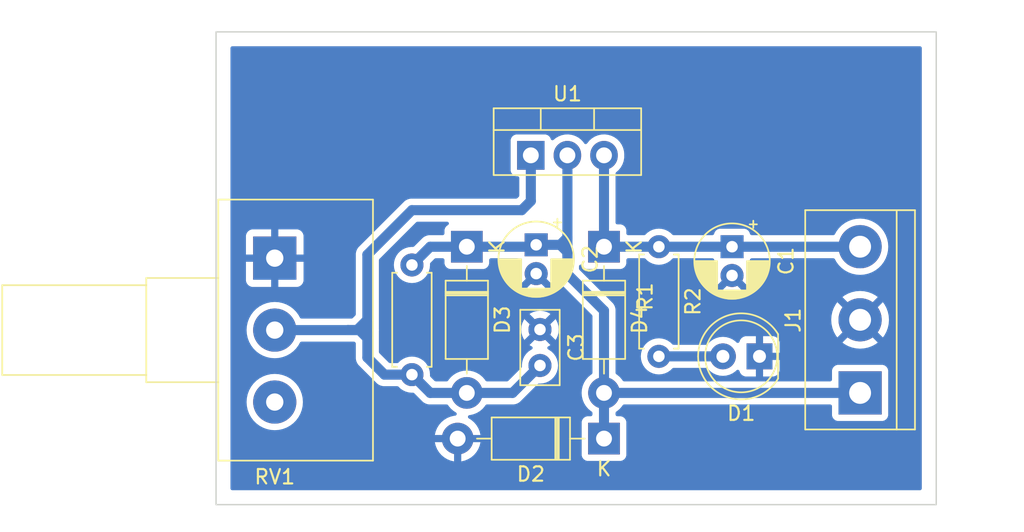
<source format=kicad_pcb>
(kicad_pcb (version 20221018) (generator pcbnew)
  (layers (0 "F.Cu" signal) (31 "B.Cu" signal) (34 "B.Paste" user) (35 "F.Paste" user) (36 "B.SilkS" user "B.Silkscreen") (37 "F.SilkS" user "F.Silkscreen") (38 "B.Mask" user) (39 "F.Mask" user) (44 "Edge.Cuts" user))
  (net 0 "")
  (net 1 "VCC")
  (net 2 "GND")
  (net 3 "/Vout")
  (net 4 "Net-(D3-A)")
  (net 5 "Net-(D1-A)")
  (footprint "Diode_THT:D_DO-41_SOD81_P10.16mm_Horizontal" (layer "F.Cu") (at 135.285 86.85 -90)
    (fp_text reference "D3" (at 5.08 -2.47 90) (layer "F.SilkS"))
    (fp_text value "1N4007")
    (fp_text user "K" (at 0 -2.1 90) (layer "F.SilkS"))
    (fp_line (start 1.34 0) (end 2.36 0) (stroke (width 0.12)) (layer "F.SilkS"))
    (fp_line (start 2.36 -1.47) (end 2.36 1.47) (stroke (width 0.12)) (layer "F.SilkS"))
    (fp_line (start 2.36 1.47) (end 7.8 1.47) (stroke (width 0.12)) (layer "F.SilkS"))
    (fp_line (start 3.14 -1.47) (end 3.14 1.47) (stroke (width 0.12)) (layer "F.SilkS"))
    (fp_line (start 3.26 -1.47) (end 3.26 1.47) (stroke (width 0.12)) (layer "F.SilkS"))
    (fp_line (start 3.38 -1.47) (end 3.38 1.47) (stroke (width 0.12)) (layer "F.SilkS"))
    (fp_line (start 7.8 -1.47) (end 2.36 -1.47) (stroke (width 0.12)) (layer "F.SilkS"))
    (fp_line (start 7.8 1.47) (end 7.8 -1.47) (stroke (width 0.12)) (layer "F.SilkS"))
    (fp_line (start 8.82 0) (end 7.8 0) (stroke (width 0.12)) (layer "F.SilkS"))
    (pad "1" thru_hole rect (at 0 0 270) (size 2.2 2.2) (drill 1.1) (layers "*.Cu" "*.Mask") (net 3 "/Vout"))
    (pad "2" thru_hole oval (at 10.16 0 270) (size 2.2 2.2) (drill 1.1) (layers "*.Cu" "*.Mask") (net 4 "Net-(D3-A)"))
  )
  (footprint "Package_TO_SOT_THT:TO-220-3_Vertical" (layer "F.Cu") (at 139.73 80.5)
    (fp_text reference "U1" (at 2.54 -4.27) (layer "F.SilkS"))
    (fp_text value "LM317")
    (fp_line (start -2.58 -3.27) (end -2.58 1.371) (stroke (width 0.12)) (layer "F.SilkS"))
    (fp_line (start -2.58 -3.27) (end 7.66 -3.27) (stroke (width 0.12)) (layer "F.SilkS"))
    (fp_line (start -2.58 -1.76) (end 7.66 -1.76) (stroke (width 0.12)) (layer "F.SilkS"))
    (fp_line (start -2.58 1.371) (end 7.66 1.371) (stroke (width 0.12)) (layer "F.SilkS"))
    (fp_line (start 0.69 -3.27) (end 0.69 -1.76) (stroke (width 0.12)) (layer "F.SilkS"))
    (fp_line (start 4.391 -3.27) (end 4.391 -1.76) (stroke (width 0.12)) (layer "F.SilkS"))
    (fp_line (start 7.66 -3.27) (end 7.66 1.371) (stroke (width 0.12)) (layer "F.SilkS"))
    (pad "1" thru_hole rect (at 0 0) (size 1.905 2) (drill 1.1) (layers "*.Cu" "*.Mask") (net 4 "Net-(D3-A)"))
    (pad "2" thru_hole oval (at 2.54 0) (size 1.905 2) (drill 1.1) (layers "*.Cu" "*.Mask") (net 3 "/Vout"))
    (pad "3" thru_hole oval (at 5.08 0) (size 1.905 2) (drill 1.1) (layers "*.Cu" "*.Mask") (net 1 "VCC"))
  )
  (footprint "Potentiometer_THT:Potentiometer_Alps_RK163_Single_Horizontal" (layer "F.Cu") (at 121.95 87.645)
    (fp_text reference "RV1" (at 0 15.2) (layer "F.SilkS"))
    (fp_text value "5k")
    (fp_line (start -18.92 8.12) (end -18.92 1.88) (stroke (width 0.12)) (layer "F.SilkS"))
    (fp_line (start -8.92 1.88) (end -18.92 1.88) (stroke (width 0.12)) (layer "F.SilkS"))
    (fp_line (start -8.92 8.12) (end -18.92 8.12) (stroke (width 0.12)) (layer "F.SilkS"))
    (fp_line (start -8.92 8.62) (end -8.92 1.38) (stroke (width 0.12)) (layer "F.SilkS"))
    (fp_line (start -3.92 1.38) (end -8.92 1.38) (stroke (width 0.12)) (layer "F.SilkS"))
    (fp_line (start -3.92 8.62) (end -8.92 8.62) (stroke (width 0.12)) (layer "F.SilkS"))
    (fp_line (start -3.92 14.07) (end -3.92 -4.07) (stroke (width 0.12)) (layer "F.SilkS"))
    (fp_line (start 6.82 -4.07) (end -3.92 -4.07) (stroke (width 0.12)) (layer "F.SilkS"))
    (fp_line (start 6.82 14.07) (end -3.92 14.07) (stroke (width 0.12)) (layer "F.SilkS"))
    (fp_line (start 6.82 14.07) (end 6.82 -4.07) (stroke (width 0.12)) (layer "F.SilkS"))
    (pad "1" thru_hole rect (at 0 0 180) (size 3 3) (drill 1.2) (layers "*.Cu" "*.Mask") (net 2 "GND"))
    (pad "2" thru_hole circle (at 0 5 180) (size 3 3) (drill 1.2) (layers "*.Cu" "*.Mask") (net 4 "Net-(D3-A)"))
    (pad "3" thru_hole circle (at 0 10 180) (size 3 3) (drill 1.2) (layers "*.Cu" "*.Mask"))
  )
  (footprint "TerminalBlock:TerminalBlock_bornier-3_P5.08mm" (layer "F.Cu") (at 162.59 97.01 90)
    (fp_text reference "J1" (at 5.05 -4.65 90) (layer "F.SilkS"))
    (fp_text value "Bornera")
    (fp_line (start -2.54 -3.81) (end 12.7 -3.81) (stroke (width 0.12)) (layer "F.SilkS"))
    (fp_line (start -2.54 2.54) (end 12.7 2.54) (stroke (width 0.12)) (layer "F.SilkS"))
    (fp_line (start -2.54 3.81) (end -2.54 -3.81) (stroke (width 0.12)) (layer "F.SilkS"))
    (fp_line (start -2.54 3.81) (end 12.7 3.81) (stroke (width 0.12)) (layer "F.SilkS"))
    (fp_line (start 12.7 3.81) (end 12.7 -3.81) (stroke (width 0.12)) (layer "F.SilkS"))
    (pad "1" thru_hole rect (at 0 0 90) (size 3 3) (drill 1.52) (layers "*.Cu" "*.Mask") (net 3 "/Vout"))
    (pad "2" thru_hole circle (at 5.08 0 90) (size 3 3) (drill 1.52) (layers "*.Cu" "*.Mask") (net 2 "GND"))
    (pad "3" thru_hole circle (at 10.16 0 90) (size 3 3) (drill 1.52) (layers "*.Cu" "*.Mask") (net 1 "VCC"))
  )
  (footprint "Resistor_THT:R_Axial_DIN0207_L6.3mm_D2.5mm_P7.62mm_Horizontal" (layer "F.Cu") (at 148.62 86.85 -90)
    (fp_text reference "R2" (at 3.81 -2.37 90) (layer "F.SilkS"))
    (fp_text value "1k")
    (fp_line (start 0.54 -1.37) (end 7.08 -1.37) (stroke (width 0.12)) (layer "F.SilkS"))
    (fp_line (start 0.54 -1.04) (end 0.54 -1.37) (stroke (width 0.12)) (layer "F.SilkS"))
    (fp_line (start 0.54 1.04) (end 0.54 1.37) (stroke (width 0.12)) (layer "F.SilkS"))
    (fp_line (start 0.54 1.37) (end 7.08 1.37) (stroke (width 0.12)) (layer "F.SilkS"))
    (fp_line (start 7.08 -1.37) (end 7.08 -1.04) (stroke (width 0.12)) (layer "F.SilkS"))
    (fp_line (start 7.08 1.37) (end 7.08 1.04) (stroke (width 0.12)) (layer "F.SilkS"))
    (pad "1" thru_hole circle (at 0 0 270) (size 1.6 1.6) (drill 0.8) (layers "*.Cu" "*.Mask") (net 1 "VCC"))
    (pad "2" thru_hole oval (at 7.62 0 270) (size 1.6 1.6) (drill 0.8) (layers "*.Cu" "*.Mask") (net 5 "Net-(D1-A)"))
  )
  (footprint "LED_THT:LED_D5.0mm" (layer "F.Cu") (at 155.605 94.47 180)
    (fp_text reference "D1" (at 1.27 -3.96) (layer "F.SilkS"))
    (fp_text value "Red")
    (fp_line (start -1.29 -1.545) (end -1.29 1.545) (stroke (width 0.12)) (layer "F.SilkS"))
    (fp_arc (start -1.29 -1.54483) (mid 2.072002 -2.880433) (end 4.26 0.000462) (stroke (width 0.12)) (layer "F.SilkS"))
    (fp_arc (start 4.26 -0.000462) (mid 2.072002 2.880433) (end -1.29 1.54483) (stroke (width 0.12)) (layer "F.SilkS"))
    (fp_circle (center 1.27 0) (end 3.77 0) (stroke (width 0.12)) (fill none) (layer "F.SilkS"))
    (pad "1" thru_hole rect (at 0 0 180) (size 1.8 1.8) (drill 0.9) (layers "*.Cu" "*.Mask") (net 2 "GND"))
    (pad "2" thru_hole circle (at 2.54 0 180) (size 1.8 1.8) (drill 0.9) (layers "*.Cu" "*.Mask") (net 5 "Net-(D1-A)"))
  )
  (footprint "Diode_THT:D_DO-41_SOD81_P10.16mm_Horizontal" (layer "F.Cu") (at 144.81 86.85 -90)
    (fp_text reference "D4" (at 5.08 -2.47 90) (layer "F.SilkS"))
    (fp_text value "1N4007")
    (fp_text user "K" (at 0 -2.1 90) (layer "F.SilkS"))
    (fp_line (start 1.34 0) (end 2.36 0) (stroke (width 0.12)) (layer "F.SilkS"))
    (fp_line (start 2.36 -1.47) (end 2.36 1.47) (stroke (width 0.12)) (layer "F.SilkS"))
    (fp_line (start 2.36 1.47) (end 7.8 1.47) (stroke (width 0.12)) (layer "F.SilkS"))
    (fp_line (start 3.14 -1.47) (end 3.14 1.47) (stroke (width 0.12)) (layer "F.SilkS"))
    (fp_line (start 3.26 -1.47) (end 3.26 1.47) (stroke (width 0.12)) (layer "F.SilkS"))
    (fp_line (start 3.38 -1.47) (end 3.38 1.47) (stroke (width 0.12)) (layer "F.SilkS"))
    (fp_line (start 7.8 -1.47) (end 2.36 -1.47) (stroke (width 0.12)) (layer "F.SilkS"))
    (fp_line (start 7.8 1.47) (end 7.8 -1.47) (stroke (width 0.12)) (layer "F.SilkS"))
    (fp_line (start 8.82 0) (end 7.8 0) (stroke (width 0.12)) (layer "F.SilkS"))
    (pad "1" thru_hole rect (at 0 0 270) (size 2.2 2.2) (drill 1.1) (layers "*.Cu" "*.Mask") (net 1 "VCC"))
    (pad "2" thru_hole oval (at 10.16 0 270) (size 2.2 2.2) (drill 1.1) (layers "*.Cu" "*.Mask") (net 3 "/Vout"))
  )
  (footprint "Resistor_THT:R_Axial_DIN0207_L6.3mm_D2.5mm_P7.62mm_Horizontal" (layer "F.Cu") (at 131.475 88.12 -90)
    (fp_text reference "R1" (at 2.201926 -16.189568 90) (layer "F.SilkS"))
    (fp_text value "220")
    (fp_line (start 0.54 -1.37) (end 7.08 -1.37) (stroke (width 0.12)) (layer "F.SilkS"))
    (fp_line (start 0.54 -1.04) (end 0.54 -1.37) (stroke (width 0.12)) (layer "F.SilkS"))
    (fp_line (start 0.54 1.04) (end 0.54 1.37) (stroke (width 0.12)) (layer "F.SilkS"))
    (fp_line (start 0.54 1.37) (end 7.08 1.37) (stroke (width 0.12)) (layer "F.SilkS"))
    (fp_line (start 7.08 -1.37) (end 7.08 -1.04) (stroke (width 0.12)) (layer "F.SilkS"))
    (fp_line (start 7.08 1.37) (end 7.08 1.04) (stroke (width 0.12)) (layer "F.SilkS"))
    (pad "1" thru_hole circle (at 0 0 270) (size 1.6 1.6) (drill 0.8) (layers "*.Cu" "*.Mask") (net 3 "/Vout"))
    (pad "2" thru_hole oval (at 7.62 0 270) (size 1.6 1.6) (drill 0.8) (layers "*.Cu" "*.Mask") (net 4 "Net-(D3-A)"))
  )
  (footprint "Diode_THT:D_DO-41_SOD81_P10.16mm_Horizontal" (layer "F.Cu") (at 144.81 100.185 180)
    (fp_text reference "D2" (at 5.08 -2.47) (layer "F.SilkS"))
    (fp_text value "1N4007")
    (fp_text user "K" (at 0 -2.1) (layer "F.SilkS"))
    (fp_line (start 1.34 0) (end 2.36 0) (stroke (width 0.12)) (layer "F.SilkS"))
    (fp_line (start 2.36 -1.47) (end 2.36 1.47) (stroke (width 0.12)) (layer "F.SilkS"))
    (fp_line (start 2.36 1.47) (end 7.8 1.47) (stroke (width 0.12)) (layer "F.SilkS"))
    (fp_line (start 3.14 -1.47) (end 3.14 1.47) (stroke (width 0.12)) (layer "F.SilkS"))
    (fp_line (start 3.26 -1.47) (end 3.26 1.47) (stroke (width 0.12)) (layer "F.SilkS"))
    (fp_line (start 3.38 -1.47) (end 3.38 1.47) (stroke (width 0.12)) (layer "F.SilkS"))
    (fp_line (start 7.8 -1.47) (end 2.36 -1.47) (stroke (width 0.12)) (layer "F.SilkS"))
    (fp_line (start 7.8 1.47) (end 7.8 -1.47) (stroke (width 0.12)) (layer "F.SilkS"))
    (fp_line (start 8.82 0) (end 7.8 0) (stroke (width 0.12)) (layer "F.SilkS"))
    (pad "1" thru_hole rect (at 0 0 180) (size 2.2 2.2) (drill 1.1) (layers "*.Cu" "*.Mask") (net 3 "/Vout"))
    (pad "2" thru_hole oval (at 10.16 0 180) (size 2.2 2.2) (drill 1.1) (layers "*.Cu" "*.Mask") (net 2 "GND"))
  )
  (footprint "Capacitor_THT:C_Disc_D5.0mm_W2.5mm_P2.50mm" (layer "F.Cu") (at 140.365 92.605 -90)
    (fp_text reference "C3" (at 1.25 -2.5 90) (layer "F.SilkS"))
    (fp_text value "100n")
    (fp_line (start -1.37 -1.37) (end -1.37 1.37) (stroke (width 0.12)) (layer "F.SilkS"))
    (fp_line (start -1.37 -1.37) (end 3.87 -1.37) (stroke (width 0.12)) (layer "F.SilkS"))
    (fp_line (start -1.37 1.37) (end 3.87 1.37) (stroke (width 0.12)) (layer "F.SilkS"))
    (fp_line (start 3.87 -1.37) (end 3.87 1.37) (stroke (width 0.12)) (layer "F.SilkS"))
    (pad "1" thru_hole circle (at 0 0 270) (size 1.6 1.6) (drill 0.8) (layers "*.Cu" "*.Mask") (net 2 "GND"))
    (pad "2" thru_hole circle (at 2.5 0 270) (size 1.6 1.6) (drill 0.8) (layers "*.Cu" "*.Mask") (net 4 "Net-(D3-A)"))
  )
  (footprint "Capacitor_THT:CP_Radial_D5.0mm_P2.00mm" (layer "F.Cu") (at 153.7 86.85 -90)
    (fp_text reference "C1" (at 1 -3.75 90) (layer "F.SilkS"))
    (fp_text value "10u")
    (fp_line (start -1.804775 -1.475) (end -1.304775 -1.475) (stroke (width 0.12)) (layer "F.SilkS"))
    (fp_line (start -1.554775 -1.725) (end -1.554775 -1.225) (stroke (width 0.12)) (layer "F.SilkS"))
    (fp_line (start 1 -2.58) (end 1 -1.04) (stroke (width 0.12)) (layer "F.SilkS"))
    (fp_line (start 1 1.04) (end 1 2.58) (stroke (width 0.12)) (layer "F.SilkS"))
    (fp_line (start 1.04 -2.58) (end 1.04 -1.04) (stroke (width 0.12)) (layer "F.SilkS"))
    (fp_line (start 1.04 1.04) (end 1.04 2.58) (stroke (width 0.12)) (layer "F.SilkS"))
    (fp_line (start 1.08 -2.579) (end 1.08 -1.04) (stroke (width 0.12)) (layer "F.SilkS"))
    (fp_line (start 1.08 1.04) (end 1.08 2.579) (stroke (width 0.12)) (layer "F.SilkS"))
    (fp_line (start 1.12 -2.578) (end 1.12 -1.04) (stroke (width 0.12)) (layer "F.SilkS"))
    (fp_line (start 1.12 1.04) (end 1.12 2.578) (stroke (width 0.12)) (layer "F.SilkS"))
    (fp_line (start 1.16 -2.576) (end 1.16 -1.04) (stroke (width 0.12)) (layer "F.SilkS"))
    (fp_line (start 1.16 1.04) (end 1.16 2.576) (stroke (width 0.12)) (layer "F.SilkS"))
    (fp_line (start 1.2 -2.573) (end 1.2 -1.04) (stroke (width 0.12)) (layer "F.SilkS"))
    (fp_line (start 1.2 1.04) (end 1.2 2.573) (stroke (width 0.12)) (layer "F.SilkS"))
    (fp_line (start 1.24 -2.569) (end 1.24 -1.04) (stroke (width 0.12)) (layer "F.SilkS"))
    (fp_line (start 1.24 1.04) (end 1.24 2.569) (stroke (width 0.12)) (layer "F.SilkS"))
    (fp_line (start 1.28 -2.565) (end 1.28 -1.04) (stroke (width 0.12)) (layer "F.SilkS"))
    (fp_line (start 1.28 1.04) (end 1.28 2.565) (stroke (width 0.12)) (layer "F.SilkS"))
    (fp_line (start 1.32 -2.561) (end 1.32 -1.04) (stroke (width 0.12)) (layer "F.SilkS"))
    (fp_line (start 1.32 1.04) (end 1.32 2.561) (stroke (width 0.12)) (layer "F.SilkS"))
    (fp_line (start 1.36 -2.556) (end 1.36 -1.04) (stroke (width 0.12)) (layer "F.SilkS"))
    (fp_line (start 1.36 1.04) (end 1.36 2.556) (stroke (width 0.12)) (layer "F.SilkS"))
    (fp_line (start 1.4 -2.55) (end 1.4 -1.04) (stroke (width 0.12)) (layer "F.SilkS"))
    (fp_line (start 1.4 1.04) (end 1.4 2.55) (stroke (width 0.12)) (layer "F.SilkS"))
    (fp_line (start 1.44 -2.543) (end 1.44 -1.04) (stroke (width 0.12)) (layer "F.SilkS"))
    (fp_line (start 1.44 1.04) (end 1.44 2.543) (stroke (width 0.12)) (layer "F.SilkS"))
    (fp_line (start 1.48 -2.536) (end 1.48 -1.04) (stroke (width 0.12)) (layer "F.SilkS"))
    (fp_line (start 1.48 1.04) (end 1.48 2.536) (stroke (width 0.12)) (layer "F.SilkS"))
    (fp_line (start 1.52 -2.528) (end 1.52 -1.04) (stroke (width 0.12)) (layer "F.SilkS"))
    (fp_line (start 1.52 1.04) (end 1.52 2.528) (stroke (width 0.12)) (layer "F.SilkS"))
    (fp_line (start 1.56 -2.52) (end 1.56 -1.04) (stroke (width 0.12)) (layer "F.SilkS"))
    (fp_line (start 1.56 1.04) (end 1.56 2.52) (stroke (width 0.12)) (layer "F.SilkS"))
    (fp_line (start 1.6 -2.511) (end 1.6 -1.04) (stroke (width 0.12)) (layer "F.SilkS"))
    (fp_line (start 1.6 1.04) (end 1.6 2.511) (stroke (width 0.12)) (layer "F.SilkS"))
    (fp_line (start 1.64 -2.501) (end 1.64 -1.04) (stroke (width 0.12)) (layer "F.SilkS"))
    (fp_line (start 1.64 1.04) (end 1.64 2.501) (stroke (width 0.12)) (layer "F.SilkS"))
    (fp_line (start 1.68 -2.491) (end 1.68 -1.04) (stroke (width 0.12)) (layer "F.SilkS"))
    (fp_line (start 1.68 1.04) (end 1.68 2.491) (stroke (width 0.12)) (layer "F.SilkS"))
    (fp_line (start 1.721 -2.48) (end 1.721 -1.04) (stroke (width 0.12)) (layer "F.SilkS"))
    (fp_line (start 1.721 1.04) (end 1.721 2.48) (stroke (width 0.12)) (layer "F.SilkS"))
    (fp_line (start 1.761 -2.468) (end 1.761 -1.04) (stroke (width 0.12)) (layer "F.SilkS"))
    (fp_line (start 1.761 1.04) (end 1.761 2.468) (stroke (width 0.12)) (layer "F.SilkS"))
    (fp_line (start 1.801 -2.455) (end 1.801 -1.04) (stroke (width 0.12)) (layer "F.SilkS"))
    (fp_line (start 1.801 1.04) (end 1.801 2.455) (stroke (width 0.12)) (layer "F.SilkS"))
    (fp_line (start 1.841 -2.442) (end 1.841 -1.04) (stroke (width 0.12)) (layer "F.SilkS"))
    (fp_line (start 1.841 1.04) (end 1.841 2.442) (stroke (width 0.12)) (layer "F.SilkS"))
    (fp_line (start 1.881 -2.428) (end 1.881 -1.04) (stroke (width 0.12)) (layer "F.SilkS"))
    (fp_line (start 1.881 1.04) (end 1.881 2.428) (stroke (width 0.12)) (layer "F.SilkS"))
    (fp_line (start 1.921 -2.414) (end 1.921 -1.04) (stroke (width 0.12)) (layer "F.SilkS"))
    (fp_line (start 1.921 1.04) (end 1.921 2.414) (stroke (width 0.12)) (layer "F.SilkS"))
    (fp_line (start 1.961 -2.398) (end 1.961 -1.04) (stroke (width 0.12)) (layer "F.SilkS"))
    (fp_line (start 1.961 1.04) (end 1.961 2.398) (stroke (width 0.12)) (layer "F.SilkS"))
    (fp_line (start 2.001 -2.382) (end 2.001 -1.04) (stroke (width 0.12)) (layer "F.SilkS"))
    (fp_line (start 2.001 1.04) (end 2.001 2.382) (stroke (width 0.12)) (layer "F.SilkS"))
    (fp_line (start 2.041 -2.365) (end 2.041 -1.04) (stroke (width 0.12)) (layer "F.SilkS"))
    (fp_line (start 2.041 1.04) (end 2.041 2.365) (stroke (width 0.12)) (layer "F.SilkS"))
    (fp_line (start 2.081 -2.348) (end 2.081 -1.04) (stroke (width 0.12)) (layer "F.SilkS"))
    (fp_line (start 2.081 1.04) (end 2.081 2.348) (stroke (width 0.12)) (layer "F.SilkS"))
    (fp_line (start 2.121 -2.329) (end 2.121 -1.04) (stroke (width 0.12)) (layer "F.SilkS"))
    (fp_line (start 2.121 1.04) (end 2.121 2.329) (stroke (width 0.12)) (layer "F.SilkS"))
    (fp_line (start 2.161 -2.31) (end 2.161 -1.04) (stroke (width 0.12)) (layer "F.SilkS"))
    (fp_line (start 2.161 1.04) (end 2.161 2.31) (stroke (width 0.12)) (layer "F.SilkS"))
    (fp_line (start 2.201 -2.29) (end 2.201 -1.04) (stroke (width 0.12)) (layer "F.SilkS"))
    (fp_line (start 2.201 1.04) (end 2.201 2.29) (stroke (width 0.12)) (layer "F.SilkS"))
    (fp_line (start 2.241 -2.268) (end 2.241 -1.04) (stroke (width 0.12)) (layer "F.SilkS"))
    (fp_line (start 2.241 1.04) (end 2.241 2.268) (stroke (width 0.12)) (layer "F.SilkS"))
    (fp_line (start 2.281 -2.247) (end 2.281 -1.04) (stroke (width 0.12)) (layer "F.SilkS"))
    (fp_line (start 2.281 1.04) (end 2.281 2.247) (stroke (width 0.12)) (layer "F.SilkS"))
    (fp_line (start 2.321 -2.224) (end 2.321 -1.04) (stroke (width 0.12)) (layer "F.SilkS"))
    (fp_line (start 2.321 1.04) (end 2.321 2.224) (stroke (width 0.12)) (layer "F.SilkS"))
    (fp_line (start 2.361 -2.2) (end 2.361 -1.04) (stroke (width 0.12)) (layer "F.SilkS"))
    (fp_line (start 2.361 1.04) (end 2.361 2.2) (stroke (width 0.12)) (layer "F.SilkS"))
    (fp_line (start 2.401 -2.175) (end 2.401 -1.04) (stroke (width 0.12)) (layer "F.SilkS"))
    (fp_line (start 2.401 1.04) (end 2.401 2.175) (stroke (width 0.12)) (layer "F.SilkS"))
    (fp_line (start 2.441 -2.149) (end 2.441 -1.04) (stroke (width 0.12)) (layer "F.SilkS"))
    (fp_line (start 2.441 1.04) (end 2.441 2.149) (stroke (width 0.12)) (layer "F.SilkS"))
    (fp_line (start 2.481 -2.122) (end 2.481 -1.04) (stroke (width 0.12)) (layer "F.SilkS"))
    (fp_line (start 2.481 1.04) (end 2.481 2.122) (stroke (width 0.12)) (layer "F.SilkS"))
    (fp_line (start 2.521 -2.095) (end 2.521 -1.04) (stroke (width 0.12)) (layer "F.SilkS"))
    (fp_line (start 2.521 1.04) (end 2.521 2.095) (stroke (width 0.12)) (layer "F.SilkS"))
    (fp_line (start 2.561 -2.065) (end 2.561 -1.04) (stroke (width 0.12)) (layer "F.SilkS"))
    (fp_line (start 2.561 1.04) (end 2.561 2.065) (stroke (width 0.12)) (layer "F.SilkS"))
    (fp_line (start 2.601 -2.035) (end 2.601 -1.04) (stroke (width 0.12)) (layer "F.SilkS"))
    (fp_line (start 2.601 1.04) (end 2.601 2.035) (stroke (width 0.12)) (layer "F.SilkS"))
    (fp_line (start 2.641 -2.004) (end 2.641 -1.04) (stroke (width 0.12)) (layer "F.SilkS"))
    (fp_line (start 2.641 1.04) (end 2.641 2.004) (stroke (width 0.12)) (layer "F.SilkS"))
    (fp_line (start 2.681 -1.971) (end 2.681 -1.04) (stroke (width 0.12)) (layer "F.SilkS"))
    (fp_line (start 2.681 1.04) (end 2.681 1.971) (stroke (width 0.12)) (layer "F.SilkS"))
    (fp_line (start 2.721 -1.937) (end 2.721 -1.04) (stroke (width 0.12)) (layer "F.SilkS"))
    (fp_line (start 2.721 1.04) (end 2.721 1.937) (stroke (width 0.12)) (layer "F.SilkS"))
    (fp_line (start 2.761 -1.901) (end 2.761 -1.04) (stroke (width 0.12)) (layer "F.SilkS"))
    (fp_line (start 2.761 1.04) (end 2.761 1.901) (stroke (width 0.12)) (layer "F.SilkS"))
    (fp_line (start 2.801 -1.864) (end 2.801 -1.04) (stroke (width 0.12)) (layer "F.SilkS"))
    (fp_line (start 2.801 1.04) (end 2.801 1.864) (stroke (width 0.12)) (layer "F.SilkS"))
    (fp_line (start 2.841 -1.826) (end 2.841 -1.04) (stroke (width 0.12)) (layer "F.SilkS"))
    (fp_line (start 2.841 1.04) (end 2.841 1.826) (stroke (width 0.12)) (layer "F.SilkS"))
    (fp_line (start 2.881 -1.785) (end 2.881 -1.04) (stroke (width 0.12)) (layer "F.SilkS"))
    (fp_line (start 2.881 1.04) (end 2.881 1.785) (stroke (width 0.12)) (layer "F.SilkS"))
    (fp_line (start 2.921 -1.743) (end 2.921 -1.04) (stroke (width 0.12)) (layer "F.SilkS"))
    (fp_line (start 2.921 1.04) (end 2.921 1.743) (stroke (width 0.12)) (layer "F.SilkS"))
    (fp_line (start 2.961 -1.699) (end 2.961 -1.04) (stroke (width 0.12)) (layer "F.SilkS"))
    (fp_line (start 2.961 1.04) (end 2.961 1.699) (stroke (width 0.12)) (layer "F.SilkS"))
    (fp_line (start 3.001 -1.653) (end 3.001 -1.04) (stroke (width 0.12)) (layer "F.SilkS"))
    (fp_line (start 3.001 1.04) (end 3.001 1.653) (stroke (width 0.12)) (layer "F.SilkS"))
    (fp_line (start 3.041 -1.605) (end 3.041 1.605) (stroke (width 0.12)) (layer "F.SilkS"))
    (fp_line (start 3.081 -1.554) (end 3.081 1.554) (stroke (width 0.12)) (layer "F.SilkS"))
    (fp_line (start 3.121 -1.5) (end 3.121 1.5) (stroke (width 0.12)) (layer "F.SilkS"))
    (fp_line (start 3.161 -1.443) (end 3.161 1.443) (stroke (width 0.12)) (layer "F.SilkS"))
    (fp_line (start 3.201 -1.383) (end 3.201 1.383) (stroke (width 0.12)) (layer "F.SilkS"))
    (fp_line (start 3.241 -1.319) (end 3.241 1.319) (stroke (width 0.12)) (layer "F.SilkS"))
    (fp_line (start 3.281 -1.251) (end 3.281 1.251) (stroke (width 0.12)) (layer "F.SilkS"))
    (fp_line (start 3.321 -1.178) (end 3.321 1.178) (stroke (width 0.12)) (layer "F.SilkS"))
    (fp_line (start 3.361 -1.098) (end 3.361 1.098) (stroke (width 0.12)) (layer "F.SilkS"))
    (fp_line (start 3.401 -1.011) (end 3.401 1.011) (stroke (width 0.12)) (layer "F.SilkS"))
    (fp_line (start 3.441 -0.915) (end 3.441 0.915) (stroke (width 0.12)) (layer "F.SilkS"))
    (fp_line (start 3.481 -0.805) (end 3.481 0.805) (stroke (width 0.12)) (layer "F.SilkS"))
    (fp_line (start 3.521 -0.677) (end 3.521 0.677) (stroke (width 0.12)) (layer "F.SilkS"))
    (fp_line (start 3.561 -0.518) (end 3.561 0.518) (stroke (width 0.12)) (layer "F.SilkS"))
    (fp_line (start 3.601 -0.284) (end 3.601 0.284) (stroke (width 0.12)) (layer "F.SilkS"))
    (fp_circle (center 1 0) (end 3.62 0) (stroke (width 0.12)) (fill none) (layer "F.SilkS"))
    (pad "1" thru_hole rect (at 0 0 270) (size 1.6 1.6) (drill 0.8) (layers "*.Cu" "*.Mask") (net 1 "VCC"))
    (pad "2" thru_hole circle (at 2 0 270) (size 1.6 1.6) (drill 0.8) (layers "*.Cu" "*.Mask") (net 2 "GND"))
  )
  (footprint "Capacitor_THT:CP_Radial_D5.0mm_P2.00mm" (layer "F.Cu") (at 140.101003 86.718563 -90)
    (fp_text reference "C2" (at 1 -3.75 90) (layer "F.SilkS"))
    (fp_text value "10u")
    (fp_line (start -1.804775 -1.475) (end -1.304775 -1.475) (stroke (width 0.12)) (layer "F.SilkS"))
    (fp_line (start -1.554775 -1.725) (end -1.554775 -1.225) (stroke (width 0.12)) (layer "F.SilkS"))
    (fp_line (start 1 -2.58) (end 1 -1.04) (stroke (width 0.12)) (layer "F.SilkS"))
    (fp_line (start 1 1.04) (end 1 2.58) (stroke (width 0.12)) (layer "F.SilkS"))
    (fp_line (start 1.04 -2.58) (end 1.04 -1.04) (stroke (width 0.12)) (layer "F.SilkS"))
    (fp_line (start 1.04 1.04) (end 1.04 2.58) (stroke (width 0.12)) (layer "F.SilkS"))
    (fp_line (start 1.08 -2.579) (end 1.08 -1.04) (stroke (width 0.12)) (layer "F.SilkS"))
    (fp_line (start 1.08 1.04) (end 1.08 2.579) (stroke (width 0.12)) (layer "F.SilkS"))
    (fp_line (start 1.12 -2.578) (end 1.12 -1.04) (stroke (width 0.12)) (layer "F.SilkS"))
    (fp_line (start 1.12 1.04) (end 1.12 2.578) (stroke (width 0.12)) (layer "F.SilkS"))
    (fp_line (start 1.16 -2.576) (end 1.16 -1.04) (stroke (width 0.12)) (layer "F.SilkS"))
    (fp_line (start 1.16 1.04) (end 1.16 2.576) (stroke (width 0.12)) (layer "F.SilkS"))
    (fp_line (start 1.2 -2.573) (end 1.2 -1.04) (stroke (width 0.12)) (layer "F.SilkS"))
    (fp_line (start 1.2 1.04) (end 1.2 2.573) (stroke (width 0.12)) (layer "F.SilkS"))
    (fp_line (start 1.24 -2.569) (end 1.24 -1.04) (stroke (width 0.12)) (layer "F.SilkS"))
    (fp_line (start 1.24 1.04) (end 1.24 2.569) (stroke (width 0.12)) (layer "F.SilkS"))
    (fp_line (start 1.28 -2.565) (end 1.28 -1.04) (stroke (width 0.12)) (layer "F.SilkS"))
    (fp_line (start 1.28 1.04) (end 1.28 2.565) (stroke (width 0.12)) (layer "F.SilkS"))
    (fp_line (start 1.32 -2.561) (end 1.32 -1.04) (stroke (width 0.12)) (layer "F.SilkS"))
    (fp_line (start 1.32 1.04) (end 1.32 2.561) (stroke (width 0.12)) (layer "F.SilkS"))
    (fp_line (start 1.36 -2.556) (end 1.36 -1.04) (stroke (width 0.12)) (layer "F.SilkS"))
    (fp_line (start 1.36 1.04) (end 1.36 2.556) (stroke (width 0.12)) (layer "F.SilkS"))
    (fp_line (start 1.4 -2.55) (end 1.4 -1.04) (stroke (width 0.12)) (layer "F.SilkS"))
    (fp_line (start 1.4 1.04) (end 1.4 2.55) (stroke (width 0.12)) (layer "F.SilkS"))
    (fp_line (start 1.44 -2.543) (end 1.44 -1.04) (stroke (width 0.12)) (layer "F.SilkS"))
    (fp_line (start 1.44 1.04) (end 1.44 2.543) (stroke (width 0.12)) (layer "F.SilkS"))
    (fp_line (start 1.48 -2.536) (end 1.48 -1.04) (stroke (width 0.12)) (layer "F.SilkS"))
    (fp_line (start 1.48 1.04) (end 1.48 2.536) (stroke (width 0.12)) (layer "F.SilkS"))
    (fp_line (start 1.52 -2.528) (end 1.52 -1.04) (stroke (width 0.12)) (layer "F.SilkS"))
    (fp_line (start 1.52 1.04) (end 1.52 2.528) (stroke (width 0.12)) (layer "F.SilkS"))
    (fp_line (start 1.56 -2.52) (end 1.56 -1.04) (stroke (width 0.12)) (layer "F.SilkS"))
    (fp_line (start 1.56 1.04) (end 1.56 2.52) (stroke (width 0.12)) (layer "F.SilkS"))
    (fp_line (start 1.6 -2.511) (end 1.6 -1.04) (stroke (width 0.12)) (layer "F.SilkS"))
    (fp_line (start 1.6 1.04) (end 1.6 2.511) (stroke (width 0.12)) (layer "F.SilkS"))
    (fp_line (start 1.64 -2.501) (end 1.64 -1.04) (stroke (width 0.12)) (layer "F.SilkS"))
    (fp_line (start 1.64 1.04) (end 1.64 2.501) (stroke (width 0.12)) (layer "F.SilkS"))
    (fp_line (start 1.68 -2.491) (end 1.68 -1.04) (stroke (width 0.12)) (layer "F.SilkS"))
    (fp_line (start 1.68 1.04) (end 1.68 2.491) (stroke (width 0.12)) (layer "F.SilkS"))
    (fp_line (start 1.721 -2.48) (end 1.721 -1.04) (stroke (width 0.12)) (layer "F.SilkS"))
    (fp_line (start 1.721 1.04) (end 1.721 2.48) (stroke (width 0.12)) (layer "F.SilkS"))
    (fp_line (start 1.761 -2.468) (end 1.761 -1.04) (stroke (width 0.12)) (layer "F.SilkS"))
    (fp_line (start 1.761 1.04) (end 1.761 2.468) (stroke (width 0.12)) (layer "F.SilkS"))
    (fp_line (start 1.801 -2.455) (end 1.801 -1.04) (stroke (width 0.12)) (layer "F.SilkS"))
    (fp_line (start 1.801 1.04) (end 1.801 2.455) (stroke (width 0.12)) (layer "F.SilkS"))
    (fp_line (start 1.841 -2.442) (end 1.841 -1.04) (stroke (width 0.12)) (layer "F.SilkS"))
    (fp_line (start 1.841 1.04) (end 1.841 2.442) (stroke (width 0.12)) (layer "F.SilkS"))
    (fp_line (start 1.881 -2.428) (end 1.881 -1.04) (stroke (width 0.12)) (layer "F.SilkS"))
    (fp_line (start 1.881 1.04) (end 1.881 2.428) (stroke (width 0.12)) (layer "F.SilkS"))
    (fp_line (start 1.921 -2.414) (end 1.921 -1.04) (stroke (width 0.12)) (layer "F.SilkS"))
    (fp_line (start 1.921 1.04) (end 1.921 2.414) (stroke (width 0.12)) (layer "F.SilkS"))
    (fp_line (start 1.961 -2.398) (end 1.961 -1.04) (stroke (width 0.12)) (layer "F.SilkS"))
    (fp_line (start 1.961 1.04) (end 1.961 2.398) (stroke (width 0.12)) (layer "F.SilkS"))
    (fp_line (start 2.001 -2.382) (end 2.001 -1.04) (stroke (width 0.12)) (layer "F.SilkS"))
    (fp_line (start 2.001 1.04) (end 2.001 2.382) (stroke (width 0.12)) (layer "F.SilkS"))
    (fp_line (start 2.041 -2.365) (end 2.041 -1.04) (stroke (width 0.12)) (layer "F.SilkS"))
    (fp_line (start 2.041 1.04) (end 2.041 2.365) (stroke (width 0.12)) (layer "F.SilkS"))
    (fp_line (start 2.081 -2.348) (end 2.081 -1.04) (stroke (width 0.12)) (layer "F.SilkS"))
    (fp_line (start 2.081 1.04) (end 2.081 2.348) (stroke (width 0.12)) (layer "F.SilkS"))
    (fp_line (start 2.121 -2.329) (end 2.121 -1.04) (stroke (width 0.12)) (layer "F.SilkS"))
    (fp_line (start 2.121 1.04) (end 2.121 2.329) (stroke (width 0.12)) (layer "F.SilkS"))
    (fp_line (start 2.161 -2.31) (end 2.161 -1.04) (stroke (width 0.12)) (layer "F.SilkS"))
    (fp_line (start 2.161 1.04) (end 2.161 2.31) (stroke (width 0.12)) (layer "F.SilkS"))
    (fp_line (start 2.201 -2.29) (end 2.201 -1.04) (stroke (width 0.12)) (layer "F.SilkS"))
    (fp_line (start 2.201 1.04) (end 2.201 2.29) (stroke (width 0.12)) (layer "F.SilkS"))
    (fp_line (start 2.241 -2.268) (end 2.241 -1.04) (stroke (width 0.12)) (layer "F.SilkS"))
    (fp_line (start 2.241 1.04) (end 2.241 2.268) (stroke (width 0.12)) (layer "F.SilkS"))
    (fp_line (start 2.281 -2.247) (end 2.281 -1.04) (stroke (width 0.12)) (layer "F.SilkS"))
    (fp_line (start 2.281 1.04) (end 2.281 2.247) (stroke (width 0.12)) (layer "F.SilkS"))
    (fp_line (start 2.321 -2.224) (end 2.321 -1.04) (stroke (width 0.12)) (layer "F.SilkS"))
    (fp_line (start 2.321 1.04) (end 2.321 2.224) (stroke (width 0.12)) (layer "F.SilkS"))
    (fp_line (start 2.361 -2.2) (end 2.361 -1.04) (stroke (width 0.12)) (layer "F.SilkS"))
    (fp_line (start 2.361 1.04) (end 2.361 2.2) (stroke (width 0.12)) (layer "F.SilkS"))
    (fp_line (start 2.401 -2.175) (end 2.401 -1.04) (stroke (width 0.12)) (layer "F.SilkS"))
    (fp_line (start 2.401 1.04) (end 2.401 2.175) (stroke (width 0.12)) (layer "F.SilkS"))
    (fp_line (start 2.441 -2.149) (end 2.441 -1.04) (stroke (width 0.12)) (layer "F.SilkS"))
    (fp_line (start 2.441 1.04) (end 2.441 2.149) (stroke (width 0.12)) (layer "F.SilkS"))
    (fp_line (start 2.481 -2.122) (end 2.481 -1.04) (stroke (width 0.12)) (layer "F.SilkS"))
    (fp_line (start 2.481 1.04) (end 2.481 2.122) (stroke (width 0.12)) (layer "F.SilkS"))
    (fp_line (start 2.521 -2.095) (end 2.521 -1.04) (stroke (width 0.12)) (layer "F.SilkS"))
    (fp_line (start 2.521 1.04) (end 2.521 2.095) (stroke (width 0.12)) (layer "F.SilkS"))
    (fp_line (start 2.561 -2.065) (end 2.561 -1.04) (stroke (width 0.12)) (layer "F.SilkS"))
    (fp_line (start 2.561 1.04) (end 2.561 2.065) (stroke (width 0.12)) (layer "F.SilkS"))
    (fp_line (start 2.601 -2.035) (end 2.601 -1.04) (stroke (width 0.12)) (layer "F.SilkS"))
    (fp_line (start 2.601 1.04) (end 2.601 2.035) (stroke (width 0.12)) (layer "F.SilkS"))
    (fp_line (start 2.641 -2.004) (end 2.641 -1.04) (stroke (width 0.12)) (layer "F.SilkS"))
    (fp_line (start 2.641 1.04) (end 2.641 2.004) (stroke (width 0.12)) (layer "F.SilkS"))
    (fp_line (start 2.681 -1.971) (end 2.681 -1.04) (stroke (width 0.12)) (layer "F.SilkS"))
    (fp_line (start 2.681 1.04) (end 2.681 1.971) (stroke (width 0.12)) (layer "F.SilkS"))
    (fp_line (start 2.721 -1.937) (end 2.721 -1.04) (stroke (width 0.12)) (layer "F.SilkS"))
    (fp_line (start 2.721 1.04) (end 2.721 1.937) (stroke (width 0.12)) (layer "F.SilkS"))
    (fp_line (start 2.761 -1.901) (end 2.761 -1.04) (stroke (width 0.12)) (layer "F.SilkS"))
    (fp_line (start 2.761 1.04) (end 2.761 1.901) (stroke (width 0.12)) (layer "F.SilkS"))
    (fp_line (start 2.801 -1.864) (end 2.801 -1.04) (stroke (width 0.12)) (layer "F.SilkS"))
    (fp_line (start 2.801 1.04) (end 2.801 1.864) (stroke (width 0.12)) (layer "F.SilkS"))
    (fp_line (start 2.841 -1.826) (end 2.841 -1.04) (stroke (width 0.12)) (layer "F.SilkS"))
    (fp_line (start 2.841 1.04) (end 2.841 1.826) (stroke (width 0.12)) (layer "F.SilkS"))
    (fp_line (start 2.881 -1.785) (end 2.881 -1.04) (stroke (width 0.12)) (layer "F.SilkS"))
    (fp_line (start 2.881 1.04) (end 2.881 1.785) (stroke (width 0.12)) (layer "F.SilkS"))
    (fp_line (start 2.921 -1.743) (end 2.921 -1.04) (stroke (width 0.12)) (layer "F.SilkS"))
    (fp_line (start 2.921 1.04) (end 2.921 1.743) (stroke (width 0.12)) (layer "F.SilkS"))
    (fp_line (start 2.961 -1.699) (end 2.961 -1.04) (stroke (width 0.12)) (layer "F.SilkS"))
    (fp_line (start 2.961 1.04) (end 2.961 1.699) (stroke (width 0.12)) (layer "F.SilkS"))
    (fp_line (start 3.001 -1.653) (end 3.001 -1.04) (stroke (width 0.12)) (layer "F.SilkS"))
    (fp_line (start 3.001 1.04) (end 3.001 1.653) (stroke (width 0.12)) (layer "F.SilkS"))
    (fp_line (start 3.041 -1.605) (end 3.041 1.605) (stroke (width 0.12)) (layer "F.SilkS"))
    (fp_line (start 3.081 -1.554) (end 3.081 1.554) (stroke (width 0.12)) (layer "F.SilkS"))
    (fp_line (start 3.121 -1.5) (end 3.121 1.5) (stroke (width 0.12)) (layer "F.SilkS"))
    (fp_line (start 3.161 -1.443) (end 3.161 1.443) (stroke (width 0.12)) (layer "F.SilkS"))
    (fp_line (start 3.201 -1.383) (end 3.201 1.383) (stroke (width 0.12)) (layer "F.SilkS"))
    (fp_line (start 3.241 -1.319) (end 3.241 1.319) (stroke (width 0.12)) (layer "F.SilkS"))
    (fp_line (start 3.281 -1.251) (end 3.281 1.251) (stroke (width 0.12)) (layer "F.SilkS"))
    (fp_line (start 3.321 -1.178) (end 3.321 1.178) (stroke (width 0.12)) (layer "F.SilkS"))
    (fp_line (start 3.361 -1.098) (end 3.361 1.098) (stroke (width 0.12)) (layer "F.SilkS"))
    (fp_line (start 3.401 -1.011) (end 3.401 1.011) (stroke (width 0.12)) (layer "F.SilkS"))
    (fp_line (start 3.441 -0.915) (end 3.441 0.915) (stroke (width 0.12)) (layer "F.SilkS"))
    (fp_line (start 3.481 -0.805) (end 3.481 0.805) (stroke (width 0.12)) (layer "F.SilkS"))
    (fp_line (start 3.521 -0.677) (end 3.521 0.677) (stroke (width 0.12)) (layer "F.SilkS"))
    (fp_line (start 3.561 -0.518) (end 3.561 0.518) (stroke (width 0.12)) (layer "F.SilkS"))
    (fp_line (start 3.601 -0.284) (end 3.601 0.284) (stroke (width 0.12)) (layer "F.SilkS"))
    (fp_circle (center 1 0) (end 3.62 0) (stroke (width 0.12)) (fill none) (layer "F.SilkS"))
    (pad "1" thru_hole rect (at 0 0 270) (size 1.6 1.6) (drill 0.8) (layers "*.Cu" "*.Mask") (net 3 "/Vout"))
    (pad "2" thru_hole circle (at 2 0 270) (size 1.6 1.6) (drill 0.8) (layers "*.Cu" "*.Mask") (net 2 "GND"))
  )
  (gr_rect (start 117.875 71.92) (end 167.875 104.775) (stroke (width 0.1)) (fill none) (layer "Edge.Cuts"))
  (segment (start 148.62 86.85) (end 153.7 86.85) (width 0.7) (layer "B.Cu") (net 1))
  (segment (start 148.62 86.85) (end 144.81 86.85) (width 0.7) (layer "B.Cu") (net 1))
  (segment (start 144.81 86.85) (end 144.81 80.5) (width 0.7) (layer "B.Cu") (net 1))
  (segment (start 153.7 86.85) (end 162.59 86.85) (width 0.7) (layer "B.Cu") (net 1))
  (segment (start 145.445 86.215) (end 144.81 86.85) (width 0.7) (layer "B.Cu") (net 1))
  (segment (start 140.101003 86.718563) (end 141.766437 86.718563) (width 0.7) (layer "B.Cu") (net 3))
  (segment (start 141.766437 86.718563) (end 142.27 87.222126) (width 0.7) (layer "B.Cu") (net 3))
  (segment (start 135.285 86.85) (end 139.969566 86.85) (width 0.7) (layer "B.Cu") (net 3))
  (segment (start 132.745 86.85) (end 135.285 86.85) (width 0.7) (layer "B.Cu") (net 3))
  (segment (start 142.27 88.755) (end 144.81 91.295) (width 0.7) (layer "B.Cu") (net 3))
  (segment (start 131.475 88.12) (end 132.745 86.85) (width 0.7) (layer "B.Cu") (net 3))
  (segment (start 142.27 86.215) (end 142.27 80.5) (width 0.7) (layer "B.Cu") (net 3))
  (segment (start 142.27 87.222126) (end 142.27 87.485) (width 0.7) (layer "B.Cu") (net 3))
  (segment (start 144.81 97.01) (end 162.59 97.01) (width 0.7) (layer "B.Cu") (net 3))
  (segment (start 141.766437 86.718563) (end 142.27 86.215) (width 0.7) (layer "B.Cu") (net 3))
  (segment (start 139.969566 86.85) (end 140.101003 86.718563) (width 0.7) (layer "B.Cu") (net 3))
  (segment (start 144.81 100.185) (end 144.81 97.01) (width 0.7) (layer "B.Cu") (net 3))
  (segment (start 142.27 86.215) (end 142.27 88.755) (width 0.7) (layer "B.Cu") (net 3))
  (segment (start 144.81 91.295) (end 144.81 97.01) (width 0.7) (layer "B.Cu") (net 3))
  (segment (start 135.285 97.01) (end 138.46 97.01) (width 0.7) (layer "B.Cu") (net 4))
  (segment (start 138.46 97.01) (end 140.365 95.105) (width 0.7) (layer "B.Cu") (net 4))
  (segment (start 128.38 92.645) (end 128.38 93.2) (width 0.7) (layer "B.Cu") (net 4))
  (segment (start 128.38 93.2) (end 128.38 94.55) (width 0.7) (layer "B.Cu") (net 4))
  (segment (start 127.03 92.645) (end 127.665 92.645) (width 0.7) (layer "B.Cu") (net 4))
  (segment (start 128.38 91.93) (end 128.38 87.405) (width 0.7) (layer "B.Cu") (net 4))
  (segment (start 129.57 95.74) (end 131.475 95.74) (width 0.7) (layer "B.Cu") (net 4))
  (segment (start 139.73 83.675) (end 139.73 80.5) (width 0.7) (layer "B.Cu") (net 4))
  (segment (start 131.475 84.31) (end 139.095 84.31) (width 0.7) (layer "B.Cu") (net 4))
  (segment (start 132.745 97.01) (end 135.285 97.01) (width 0.7) (layer "B.Cu") (net 4))
  (segment (start 127.825 92.645) (end 128.38 93.2) (width 0.7) (layer "B.Cu") (net 4))
  (segment (start 128.38 94.55) (end 129.57 95.74) (width 0.7) (layer "B.Cu") (net 4))
  (segment (start 127.03 92.645) (end 128.38 92.645) (width 0.7) (layer "B.Cu") (net 4))
  (segment (start 127.665 92.645) (end 127.825 92.645) (width 0.7) (layer "B.Cu") (net 4))
  (segment (start 128.38 92.645) (end 128.38 91.93) (width 0.7) (layer "B.Cu") (net 4))
  (segment (start 131.475 95.74) (end 132.745 97.01) (width 0.7) (layer "B.Cu") (net 4))
  (segment (start 139.095 84.31) (end 139.73 83.675) (width 0.7) (layer "B.Cu") (net 4))
  (segment (start 128.38 87.405) (end 131.475 84.31) (width 0.7) (layer "B.Cu") (net 4))
  (segment (start 121.95 92.645) (end 127.03 92.645) (width 0.7) (layer "B.Cu") (net 4))
  (segment (start 127.665 92.645) (end 128.38 91.93) (width 0.7) (layer "B.Cu") (net 4))
  (segment (start 148.62 94.47) (end 153.065 94.47) (width 0.7) (layer "B.Cu") (net 5))
  (zone (net 2) (net_name "GND") (layer "B.Cu") (connect_pads (clearance 0.45)) (min_thickness 0.25) (fill yes (thermal_gap 0.5) (thermal_bridge_width 0.5))
    (polygon (pts (xy 112.425 69.705) (xy 173.99 69.85) (xy 173.99 106.68) (xy 112.425 106.68)))
  )
)
</source>
